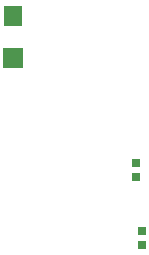
<source format=gbr>
%TF.GenerationSoftware,KiCad,Pcbnew,7.0.2*%
%TF.CreationDate,2023-11-10T23:30:57+01:00*%
%TF.ProjectId,PoweredUSB-Adapter,506f7765-7265-4645-9553-422d41646170,rev?*%
%TF.SameCoordinates,Original*%
%TF.FileFunction,Paste,Bot*%
%TF.FilePolarity,Positive*%
%FSLAX46Y46*%
G04 Gerber Fmt 4.6, Leading zero omitted, Abs format (unit mm)*
G04 Created by KiCad (PCBNEW 7.0.2) date 2023-11-10 23:30:57*
%MOMM*%
%LPD*%
G01*
G04 APERTURE LIST*
%ADD10R,0.640000X0.700000*%
%ADD11R,1.651000X1.778000*%
%ADD12R,1.625600X1.778000*%
G04 APERTURE END LIST*
D10*
%TO.C,R2*%
X131050000Y-83584200D03*
X131050000Y-82390400D03*
%TD*%
%TO.C,R3*%
X130550000Y-76665800D03*
X130550000Y-77859600D03*
%TD*%
D11*
%TO.C,D1*%
X120184200Y-67778000D03*
D12*
X120184200Y-64222000D03*
%TD*%
M02*

</source>
